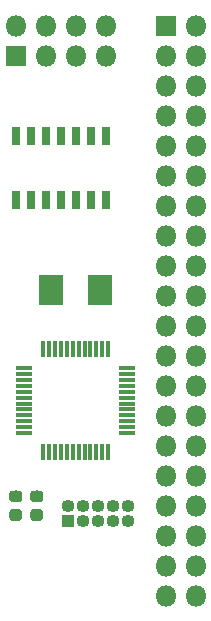
<source format=gts>
G04 #@! TF.GenerationSoftware,KiCad,Pcbnew,5.0.0-fee4fd1~65~ubuntu18.04.1*
G04 #@! TF.CreationDate,2018-07-31T22:57:32+02:00*
G04 #@! TF.ProjectId,raspi3-4xWS2812,7261737069332D34785753323831322E,rev?*
G04 #@! TF.SameCoordinates,Original*
G04 #@! TF.FileFunction,Soldermask,Top*
G04 #@! TF.FilePolarity,Negative*
%FSLAX46Y46*%
G04 Gerber Fmt 4.6, Leading zero omitted, Abs format (unit mm)*
G04 Created by KiCad (PCBNEW 5.0.0-fee4fd1~65~ubuntu18.04.1) date Tue Jul 31 22:57:32 2018*
%MOMM*%
%LPD*%
G01*
G04 APERTURE LIST*
%ADD10R,0.701600X1.601600*%
%ADD11R,1.101600X1.101600*%
%ADD12O,1.101600X1.101600*%
%ADD13R,1.801600X1.801600*%
%ADD14O,1.801600X1.801600*%
%ADD15R,2.001600X2.501600*%
%ADD16C,0.100000*%
%ADD17C,0.976600*%
%ADD18R,1.401600X0.351600*%
%ADD19R,0.351600X1.401600*%
G04 APERTURE END LIST*
D10*
G04 #@! TO.C,U2*
X104140000Y-61435000D03*
X102870000Y-61435000D03*
X101600000Y-61435000D03*
X100330000Y-61435000D03*
X99060000Y-61435000D03*
X97790000Y-61435000D03*
X96520000Y-61435000D03*
X96520000Y-66835000D03*
X97790000Y-66835000D03*
X99060000Y-66835000D03*
X100330000Y-66835000D03*
X101600000Y-66835000D03*
X102870000Y-66835000D03*
X104140000Y-66835000D03*
G04 #@! TD*
D11*
G04 #@! TO.C,J1*
X100965000Y-93980000D03*
D12*
X100965000Y-92710000D03*
X102235000Y-93980000D03*
X102235000Y-92710000D03*
X103505000Y-93980000D03*
X103505000Y-92710000D03*
X104775000Y-93980000D03*
X104775000Y-92710000D03*
X106045000Y-93980000D03*
X106045000Y-92710000D03*
G04 #@! TD*
D13*
G04 #@! TO.C,J4*
X96520000Y-54610000D03*
D14*
X96520000Y-52070000D03*
X99060000Y-54610000D03*
X99060000Y-52070000D03*
X101600000Y-54610000D03*
X101600000Y-52070000D03*
X104140000Y-54610000D03*
X104140000Y-52070000D03*
G04 #@! TD*
D13*
G04 #@! TO.C,J2*
X109220000Y-52070000D03*
D14*
X111760000Y-52070000D03*
X109220000Y-54610000D03*
X111760000Y-54610000D03*
X109220000Y-57150000D03*
X111760000Y-57150000D03*
X109220000Y-59690000D03*
X111760000Y-59690000D03*
X109220000Y-62230000D03*
X111760000Y-62230000D03*
X109220000Y-64770000D03*
X111760000Y-64770000D03*
X109220000Y-67310000D03*
X111760000Y-67310000D03*
X109220000Y-69850000D03*
X111760000Y-69850000D03*
X109220000Y-72390000D03*
X111760000Y-72390000D03*
X109220000Y-74930000D03*
X111760000Y-74930000D03*
X109220000Y-77470000D03*
X111760000Y-77470000D03*
X109220000Y-80010000D03*
X111760000Y-80010000D03*
X109220000Y-82550000D03*
X111760000Y-82550000D03*
X109220000Y-85090000D03*
X111760000Y-85090000D03*
X109220000Y-87630000D03*
X111760000Y-87630000D03*
X109220000Y-90170000D03*
X111760000Y-90170000D03*
X109220000Y-92710000D03*
X111760000Y-92710000D03*
X109220000Y-95250000D03*
X111760000Y-95250000D03*
X109220000Y-97790000D03*
X111760000Y-97790000D03*
X109220000Y-100330000D03*
X111760000Y-100330000D03*
G04 #@! TD*
D15*
G04 #@! TO.C,Y1*
X103650000Y-74422000D03*
X99550000Y-74422000D03*
G04 #@! TD*
D16*
G04 #@! TO.C,D1*
G36*
X96825581Y-93010376D02*
X96849281Y-93013891D01*
X96872523Y-93019713D01*
X96895082Y-93027785D01*
X96916742Y-93038029D01*
X96937292Y-93050347D01*
X96956537Y-93064619D01*
X96974290Y-93080710D01*
X96990381Y-93098463D01*
X97004653Y-93117708D01*
X97016971Y-93138258D01*
X97027215Y-93159918D01*
X97035287Y-93182477D01*
X97041109Y-93205719D01*
X97044624Y-93229419D01*
X97045800Y-93253350D01*
X97045800Y-93741650D01*
X97044624Y-93765581D01*
X97041109Y-93789281D01*
X97035287Y-93812523D01*
X97027215Y-93835082D01*
X97016971Y-93856742D01*
X97004653Y-93877292D01*
X96990381Y-93896537D01*
X96974290Y-93914290D01*
X96956537Y-93930381D01*
X96937292Y-93944653D01*
X96916742Y-93956971D01*
X96895082Y-93967215D01*
X96872523Y-93975287D01*
X96849281Y-93981109D01*
X96825581Y-93984624D01*
X96801650Y-93985800D01*
X96238350Y-93985800D01*
X96214419Y-93984624D01*
X96190719Y-93981109D01*
X96167477Y-93975287D01*
X96144918Y-93967215D01*
X96123258Y-93956971D01*
X96102708Y-93944653D01*
X96083463Y-93930381D01*
X96065710Y-93914290D01*
X96049619Y-93896537D01*
X96035347Y-93877292D01*
X96023029Y-93856742D01*
X96012785Y-93835082D01*
X96004713Y-93812523D01*
X95998891Y-93789281D01*
X95995376Y-93765581D01*
X95994200Y-93741650D01*
X95994200Y-93253350D01*
X95995376Y-93229419D01*
X95998891Y-93205719D01*
X96004713Y-93182477D01*
X96012785Y-93159918D01*
X96023029Y-93138258D01*
X96035347Y-93117708D01*
X96049619Y-93098463D01*
X96065710Y-93080710D01*
X96083463Y-93064619D01*
X96102708Y-93050347D01*
X96123258Y-93038029D01*
X96144918Y-93027785D01*
X96167477Y-93019713D01*
X96190719Y-93013891D01*
X96214419Y-93010376D01*
X96238350Y-93009200D01*
X96801650Y-93009200D01*
X96825581Y-93010376D01*
X96825581Y-93010376D01*
G37*
D17*
X96520000Y-93497500D03*
D16*
G36*
X96825581Y-91435376D02*
X96849281Y-91438891D01*
X96872523Y-91444713D01*
X96895082Y-91452785D01*
X96916742Y-91463029D01*
X96937292Y-91475347D01*
X96956537Y-91489619D01*
X96974290Y-91505710D01*
X96990381Y-91523463D01*
X97004653Y-91542708D01*
X97016971Y-91563258D01*
X97027215Y-91584918D01*
X97035287Y-91607477D01*
X97041109Y-91630719D01*
X97044624Y-91654419D01*
X97045800Y-91678350D01*
X97045800Y-92166650D01*
X97044624Y-92190581D01*
X97041109Y-92214281D01*
X97035287Y-92237523D01*
X97027215Y-92260082D01*
X97016971Y-92281742D01*
X97004653Y-92302292D01*
X96990381Y-92321537D01*
X96974290Y-92339290D01*
X96956537Y-92355381D01*
X96937292Y-92369653D01*
X96916742Y-92381971D01*
X96895082Y-92392215D01*
X96872523Y-92400287D01*
X96849281Y-92406109D01*
X96825581Y-92409624D01*
X96801650Y-92410800D01*
X96238350Y-92410800D01*
X96214419Y-92409624D01*
X96190719Y-92406109D01*
X96167477Y-92400287D01*
X96144918Y-92392215D01*
X96123258Y-92381971D01*
X96102708Y-92369653D01*
X96083463Y-92355381D01*
X96065710Y-92339290D01*
X96049619Y-92321537D01*
X96035347Y-92302292D01*
X96023029Y-92281742D01*
X96012785Y-92260082D01*
X96004713Y-92237523D01*
X95998891Y-92214281D01*
X95995376Y-92190581D01*
X95994200Y-92166650D01*
X95994200Y-91678350D01*
X95995376Y-91654419D01*
X95998891Y-91630719D01*
X96004713Y-91607477D01*
X96012785Y-91584918D01*
X96023029Y-91563258D01*
X96035347Y-91542708D01*
X96049619Y-91523463D01*
X96065710Y-91505710D01*
X96083463Y-91489619D01*
X96102708Y-91475347D01*
X96123258Y-91463029D01*
X96144918Y-91452785D01*
X96167477Y-91444713D01*
X96190719Y-91438891D01*
X96214419Y-91435376D01*
X96238350Y-91434200D01*
X96801650Y-91434200D01*
X96825581Y-91435376D01*
X96825581Y-91435376D01*
G37*
D17*
X96520000Y-91922500D03*
G04 #@! TD*
D16*
G04 #@! TO.C,D2*
G36*
X98603581Y-91435376D02*
X98627281Y-91438891D01*
X98650523Y-91444713D01*
X98673082Y-91452785D01*
X98694742Y-91463029D01*
X98715292Y-91475347D01*
X98734537Y-91489619D01*
X98752290Y-91505710D01*
X98768381Y-91523463D01*
X98782653Y-91542708D01*
X98794971Y-91563258D01*
X98805215Y-91584918D01*
X98813287Y-91607477D01*
X98819109Y-91630719D01*
X98822624Y-91654419D01*
X98823800Y-91678350D01*
X98823800Y-92166650D01*
X98822624Y-92190581D01*
X98819109Y-92214281D01*
X98813287Y-92237523D01*
X98805215Y-92260082D01*
X98794971Y-92281742D01*
X98782653Y-92302292D01*
X98768381Y-92321537D01*
X98752290Y-92339290D01*
X98734537Y-92355381D01*
X98715292Y-92369653D01*
X98694742Y-92381971D01*
X98673082Y-92392215D01*
X98650523Y-92400287D01*
X98627281Y-92406109D01*
X98603581Y-92409624D01*
X98579650Y-92410800D01*
X98016350Y-92410800D01*
X97992419Y-92409624D01*
X97968719Y-92406109D01*
X97945477Y-92400287D01*
X97922918Y-92392215D01*
X97901258Y-92381971D01*
X97880708Y-92369653D01*
X97861463Y-92355381D01*
X97843710Y-92339290D01*
X97827619Y-92321537D01*
X97813347Y-92302292D01*
X97801029Y-92281742D01*
X97790785Y-92260082D01*
X97782713Y-92237523D01*
X97776891Y-92214281D01*
X97773376Y-92190581D01*
X97772200Y-92166650D01*
X97772200Y-91678350D01*
X97773376Y-91654419D01*
X97776891Y-91630719D01*
X97782713Y-91607477D01*
X97790785Y-91584918D01*
X97801029Y-91563258D01*
X97813347Y-91542708D01*
X97827619Y-91523463D01*
X97843710Y-91505710D01*
X97861463Y-91489619D01*
X97880708Y-91475347D01*
X97901258Y-91463029D01*
X97922918Y-91452785D01*
X97945477Y-91444713D01*
X97968719Y-91438891D01*
X97992419Y-91435376D01*
X98016350Y-91434200D01*
X98579650Y-91434200D01*
X98603581Y-91435376D01*
X98603581Y-91435376D01*
G37*
D17*
X98298000Y-91922500D03*
D16*
G36*
X98603581Y-93010376D02*
X98627281Y-93013891D01*
X98650523Y-93019713D01*
X98673082Y-93027785D01*
X98694742Y-93038029D01*
X98715292Y-93050347D01*
X98734537Y-93064619D01*
X98752290Y-93080710D01*
X98768381Y-93098463D01*
X98782653Y-93117708D01*
X98794971Y-93138258D01*
X98805215Y-93159918D01*
X98813287Y-93182477D01*
X98819109Y-93205719D01*
X98822624Y-93229419D01*
X98823800Y-93253350D01*
X98823800Y-93741650D01*
X98822624Y-93765581D01*
X98819109Y-93789281D01*
X98813287Y-93812523D01*
X98805215Y-93835082D01*
X98794971Y-93856742D01*
X98782653Y-93877292D01*
X98768381Y-93896537D01*
X98752290Y-93914290D01*
X98734537Y-93930381D01*
X98715292Y-93944653D01*
X98694742Y-93956971D01*
X98673082Y-93967215D01*
X98650523Y-93975287D01*
X98627281Y-93981109D01*
X98603581Y-93984624D01*
X98579650Y-93985800D01*
X98016350Y-93985800D01*
X97992419Y-93984624D01*
X97968719Y-93981109D01*
X97945477Y-93975287D01*
X97922918Y-93967215D01*
X97901258Y-93956971D01*
X97880708Y-93944653D01*
X97861463Y-93930381D01*
X97843710Y-93914290D01*
X97827619Y-93896537D01*
X97813347Y-93877292D01*
X97801029Y-93856742D01*
X97790785Y-93835082D01*
X97782713Y-93812523D01*
X97776891Y-93789281D01*
X97773376Y-93765581D01*
X97772200Y-93741650D01*
X97772200Y-93253350D01*
X97773376Y-93229419D01*
X97776891Y-93205719D01*
X97782713Y-93182477D01*
X97790785Y-93159918D01*
X97801029Y-93138258D01*
X97813347Y-93117708D01*
X97827619Y-93098463D01*
X97843710Y-93080710D01*
X97861463Y-93064619D01*
X97880708Y-93050347D01*
X97901258Y-93038029D01*
X97922918Y-93027785D01*
X97945477Y-93019713D01*
X97968719Y-93013891D01*
X97992419Y-93010376D01*
X98016350Y-93009200D01*
X98579650Y-93009200D01*
X98603581Y-93010376D01*
X98603581Y-93010376D01*
G37*
D17*
X98298000Y-93497500D03*
G04 #@! TD*
D18*
G04 #@! TO.C,U1*
X105950000Y-86570000D03*
X105950000Y-86070000D03*
X105950000Y-85570000D03*
X105950000Y-85070000D03*
X105950000Y-84570000D03*
X105950000Y-84070000D03*
X105950000Y-83570000D03*
X105950000Y-83070000D03*
X105950000Y-82570000D03*
X105950000Y-82070000D03*
X105950000Y-81570000D03*
X105950000Y-81070000D03*
D19*
X104350000Y-79470000D03*
X103850000Y-79470000D03*
X103350000Y-79470000D03*
X102850000Y-79470000D03*
X102350000Y-79470000D03*
X101850000Y-79470000D03*
X101350000Y-79470000D03*
X100850000Y-79470000D03*
X100350000Y-79470000D03*
X99850000Y-79470000D03*
X99350000Y-79470000D03*
X98850000Y-79470000D03*
D18*
X97250000Y-81070000D03*
X97250000Y-81570000D03*
X97250000Y-82070000D03*
X97250000Y-82570000D03*
X97250000Y-83070000D03*
X97250000Y-83570000D03*
X97250000Y-84070000D03*
X97250000Y-84570000D03*
X97250000Y-85070000D03*
X97250000Y-85570000D03*
X97250000Y-86070000D03*
X97250000Y-86570000D03*
D19*
X98850000Y-88170000D03*
X99350000Y-88170000D03*
X99850000Y-88170000D03*
X100350000Y-88170000D03*
X100850000Y-88170000D03*
X101350000Y-88170000D03*
X101850000Y-88170000D03*
X102350000Y-88170000D03*
X102850000Y-88170000D03*
X103350000Y-88170000D03*
X103850000Y-88170000D03*
X104350000Y-88170000D03*
G04 #@! TD*
M02*

</source>
